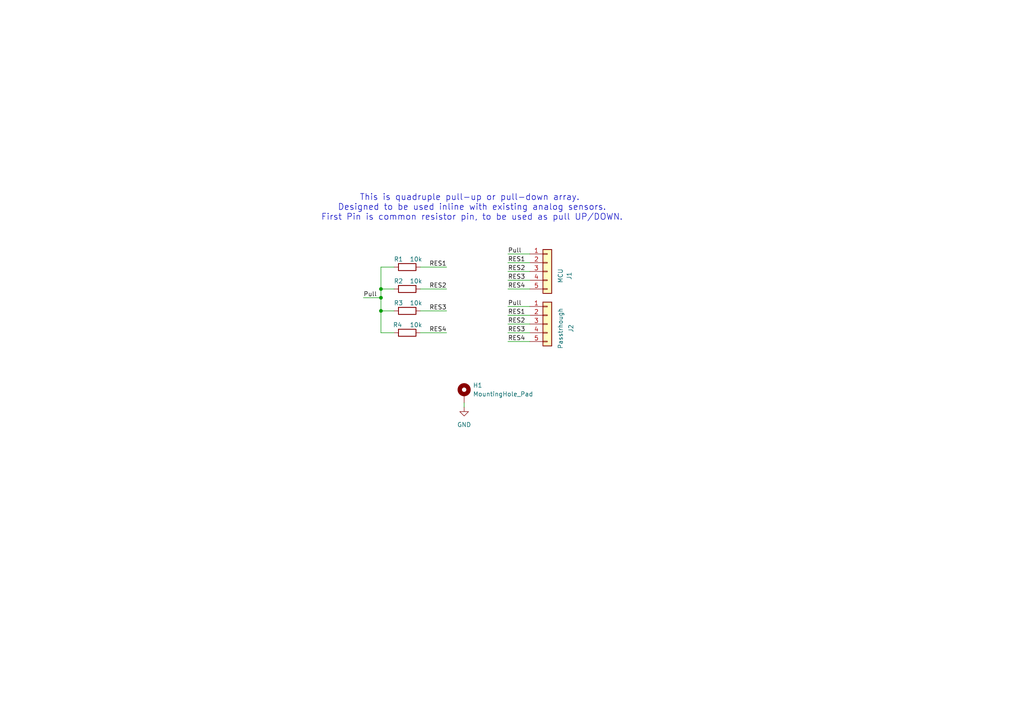
<source format=kicad_sch>
(kicad_sch (version 20231120) (generator "eeschema") (generator_version "8.0")
  (paper "A4")
  (title_block (title "Resistor Pull Up/Down Array x4") (date "2024-03-07") (rev "A") (company "AUGA Tech") (comment 1 "D. Vaitiekus"))
  (lib_symbols
    (symbol "Connector_Generic:Conn_01x05" (pin_names (offset 1.016) hide)
      (property "Reference" "J" (at 0 7.62 0))
      (property "Value" "Conn_01x05" (at 0 -7.62 0))
      (symbol "Conn_01x05_1_1"
        (rectangle (start -1.27 -4.953) (end 0 -5.207) (stroke (width 0.1524)))
        (rectangle (start -1.27 -2.413) (end 0 -2.667) (stroke (width 0.1524)))
        (rectangle (start -1.27 0.127) (end 0 -0.127) (stroke (width 0.1524)))
        (rectangle (start -1.27 2.667) (end 0 2.413) (stroke (width 0.1524)))
        (rectangle (start -1.27 5.207) (end 0 4.953) (stroke (width 0.1524)))
        (rectangle (start -1.27 6.35) (end 1.27 -6.35) (stroke (width 0.254)) (fill (type background)))
        (pin passive line (at -5.08 5.08 0) (length 3.81) (name "Pin_1") (number "1"))
        (pin passive line (at -5.08 2.54 0) (length 3.81) (name "Pin_2") (number "2"))
        (pin passive line (at -5.08 0 0) (length 3.81) (name "Pin_3") (number "3"))
        (pin passive line (at -5.08 -2.54 0) (length 3.81) (name "Pin_4") (number "4"))
        (pin passive line (at -5.08 -5.08 0) (length 3.81) (name "Pin_5") (number "5"))
      )
    )
    (symbol "Device:R" (pin_numbers hide) (pin_names (offset 0))
      (property "Reference" "R" (at 2.032 0 90))
      (property "Value" "R" (at 0 0 90))
      (symbol "R_0_1"
        (rectangle (start -1.016 -2.54) (end 1.016 2.54) (stroke (width 0.254)))
      )
      (symbol "R_1_1"
        (pin passive line (at 0 3.81 270) (length 1.27) (name "~") (number "1"))
        (pin passive line (at 0 -3.81 90) (length 1.27) (name "~") (number "2"))
      )
    )
    (symbol "Mechanical:MountingHole_Pad" (pin_numbers hide) (pin_names (offset 1.016) hide)
      (property "Reference" "H" (at 0 6.35 0))
      (property "Value" "MountingHole_Pad" (at 0 4.445 0))
      (symbol "MountingHole_Pad_0_1"
        (circle (center 0 1.27) (radius 1.27) (stroke (width 1.27)))
      )
      (symbol "MountingHole_Pad_1_1"
        (pin input line (at 0 -2.54 90) (length 2.54) (name "1") (number "1"))
      )
    )
    (symbol "power:GND" (power) (pin_numbers hide) (pin_names (offset 0) hide)
      (property "Value" "GND" (at 0 -3.81 0))
      (symbol "GND_0_1"
        (polyline (pts (xy 0 0) (xy 0 -1.27) (xy 1.27 -1.27) (xy 0 -2.54) (xy -1.27 -1.27) (xy 0 -1.27)))
      )
      (symbol "GND_1_1"
        (pin power_in line (at 0 0 270) (length 0) (name "~") (number "1"))
      )
    )
  )
  (junction (at 110.49 86.36))
  (junction (at 110.49 90.17))
  (junction (at 110.49 83.82))
  (wire (pts (xy 147.32 91.44) (xy 153.67 91.44)))
  (wire (pts (xy 134.62 116.84) (xy 134.62 118.11)))
  (wire (pts (xy 114.3 90.17) (xy 110.49 90.17)))
  (wire (pts (xy 121.92 77.47) (xy 129.54 77.47)))
  (wire (pts (xy 121.92 90.17) (xy 129.54 90.17)))
  (wire (pts (xy 121.92 96.52) (xy 129.54 96.52)))
  (wire (pts (xy 110.49 86.36) (xy 105.41 86.36)))
  (wire (pts (xy 147.32 96.52) (xy 153.67 96.52)))
  (wire (pts (xy 110.49 83.82) (xy 114.3 83.82)))
  (wire (pts (xy 147.32 88.9) (xy 153.67 88.9)))
  (wire (pts (xy 110.49 77.47) (xy 110.49 83.82)))
  (wire (pts (xy 114.3 96.52) (xy 110.49 96.52)))
  (wire (pts (xy 147.32 99.06) (xy 153.67 99.06)))
  (wire (pts (xy 110.49 96.52) (xy 110.49 90.17)))
  (wire (pts (xy 147.32 83.82) (xy 153.67 83.82)))
  (wire (pts (xy 147.32 93.98) (xy 153.67 93.98)))
  (wire (pts (xy 110.49 90.17) (xy 110.49 86.36)))
  (wire (pts (xy 121.92 83.82) (xy 129.54 83.82)))
  (wire (pts (xy 110.49 83.82) (xy 110.49 86.36)))
  (wire (pts (xy 147.32 76.2) (xy 153.67 76.2)))
  (wire (pts (xy 147.32 73.66) (xy 153.67 73.66)))
  (wire (pts (xy 114.3 77.47) (xy 110.49 77.47)))
  (wire (pts (xy 147.32 81.28) (xy 153.67 81.28)))
  (wire (pts (xy 147.32 78.74) (xy 153.67 78.74)))
  (text "This is quadruple pull-up or pull-down array. \nDesigned to be used inline with existing analog sensors.\nFirst Pin is common resistor pin, to be used as pull UP/DOWN.\n" (at 136.906 60.198 0) (effects (font (size 1.778 1.778))))
  (label "RES3" (at 147.32 96.52 0))
  (label "RES2" (at 129.54 83.82 180))
  (label "RES2" (at 147.32 93.98 0))
  (label "RES3" (at 129.54 90.17 180))
  (label "Pull" (at 105.41 86.36 0))
  (label "Pull" (at 147.32 73.66 0))
  (label "RES1" (at 147.32 91.44 0))
  (label "RES2" (at 147.32 78.74 0))
  (label "RES4" (at 147.32 83.82 0))
  (label "Pull" (at 147.32 88.9 0))
  (label "RES1" (at 129.54 77.47 180))
  (label "RES1" (at 147.32 76.2 0))
  (label "RES3" (at 147.32 81.28 0))
  (label "RES4" (at 129.54 96.52 180))
  (label "RES4" (at 147.32 99.06 0))
  (symbol (lib_id "power:GND") (at 134.62 118.11 0) (unit 1)
    (property "Reference" "#PWR01" (effects (hide yes)))
    (property "Value" "GND" (at 134.62 123.19 0))
    (property "Description" "Power symbol creates a global label with name \"GND\" , ground" (effects (hide yes)))
  )
  (symbol (lib_id "Device:R") (at 118.11 90.17 90) (unit 1)
    (property "Reference" "R3" (at 115.57 87.884 90))
    (property "Value" "10k" (at 120.65 87.884 90))
    (property "Footprint" "Resistor_THT:R_Axial_DIN0207_L6.3mm_D2.5mm_P10.16mm_Horizontal" (effects (hide yes)))
    (property "Description" "Resistor" (effects (hide yes)))
  )
  (symbol (lib_id "Device:R") (at 118.11 96.52 90) (unit 1)
    (property "Reference" "R4" (at 115.316 94.234 90))
    (property "Value" "10k" (at 120.65 94.234 90))
    (property "Footprint" "Resistor_THT:R_Axial_DIN0207_L6.3mm_D2.5mm_P10.16mm_Horizontal" (effects (hide yes)))
    (property "Description" "Resistor" (effects (hide yes)))
  )
  (symbol (lib_id "Connector_Generic:Conn_01x05") (at 158.75 93.98 0) (unit 1)
    (property "Reference" "J2" (at 165.608 95.25 90))
    (property "Value" "Passtrhough" (at 162.56 95.25 90))
    (property "Footprint" "TerminalBlock:TerminalBlock_bornier-5_P5.08mm" (effects (hide yes)))
    (property "Description" "Generic connector, single row, 01x05, script generated (kicad-library-utils/schlib/autogen/connector/)" (effects (hide yes)))
  )
  (symbol (lib_id "Connector_Generic:Conn_01x05") (at 158.75 78.74 0) (unit 1)
    (property "Reference" "J1" (at 165.1 80.01 90))
    (property "Value" "MCU" (at 162.56 80.01 90))
    (property "Footprint" "TerminalBlock:TerminalBlock_bornier-5_P5.08mm" (effects (hide yes)))
    (property "Description" "Generic connector, single row, 01x05, script generated (kicad-library-utils/schlib/autogen/connector/)" (effects (hide yes)))
  )
  (symbol (lib_id "Device:R") (at 118.11 83.82 90) (unit 1)
    (property "Reference" "R2" (at 115.57 81.534 90))
    (property "Value" "10k" (at 120.65 81.534 90))
    (property "Footprint" "Resistor_THT:R_Axial_DIN0207_L6.3mm_D2.5mm_P10.16mm_Horizontal" (effects (hide yes)))
    (property "Description" "Resistor" (effects (hide yes)))
  )
  (symbol (lib_id "Device:R") (at 118.11 77.47 90) (unit 1)
    (property "Reference" "R1" (at 115.57 75.184 90))
    (property "Value" "10k" (at 120.65 75.184 90))
    (property "Footprint" "Resistor_THT:R_Axial_DIN0207_L6.3mm_D2.5mm_P10.16mm_Horizontal" (effects (hide yes)))
    (property "Description" "Resistor" (effects (hide yes)))
  )
  (symbol (lib_id "Mechanical:MountingHole_Pad") (at 134.62 114.3 0) (unit 1)
    (property "Reference" "H1" (at 137.16 111.7599 0) (effects (justify left)))
    (property "Value" "MountingHole_Pad" (at 137.16 114.2999 0) (effects (justify left)))
    (property "Footprint" "MountingHole:MountingHole_4.3mm_M4_Pad" (effects (hide yes)))
    (property "Description" "Mounting Hole with connection" (effects (hide yes)))
  )
)
</source>
